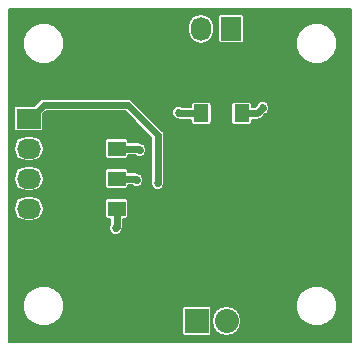
<source format=gbl>
G04 #@! TF.FileFunction,Copper,L2,Bot,Signal*
%FSLAX46Y46*%
G04 Gerber Fmt 4.6, Leading zero omitted, Abs format (unit mm)*
G04 Created by KiCad (PCBNEW 0.201508140901+6091~28~ubuntu14.04.1-product) date Mon 19 Oct 2015 05:24:07 PM CEST*
%MOMM*%
G01*
G04 APERTURE LIST*
%ADD10C,0.100000*%
%ADD11C,0.685800*%
%ADD12R,2.032000X1.727200*%
%ADD13O,2.032000X1.727200*%
%ADD14R,2.032000X2.032000*%
%ADD15O,2.032000X2.032000*%
%ADD16R,1.727200X2.032000*%
%ADD17O,1.727200X2.032000*%
%ADD18R,1.300000X1.500000*%
%ADD19R,1.500000X1.300000*%
%ADD20C,0.609600*%
%ADD21C,0.304800*%
%ADD22C,0.152400*%
G04 APERTURE END LIST*
D10*
D11*
X169926000Y-87376000D03*
X169926000Y-86106000D03*
X169926000Y-84836000D03*
X169926000Y-83566000D03*
X168656000Y-82296000D03*
X169926000Y-82296000D03*
X171196000Y-82296000D03*
X171196000Y-83566000D03*
X171196000Y-84836000D03*
X171196000Y-86106000D03*
X171196000Y-87376000D03*
X171196000Y-88646000D03*
X171196000Y-89916000D03*
X156718000Y-87122000D03*
X154686000Y-86360000D03*
X158877000Y-90297000D03*
X151638000Y-84328000D03*
X149098000Y-85598000D03*
X150368000Y-84328000D03*
X154686000Y-88900000D03*
X155194000Y-94996000D03*
X153924000Y-94996000D03*
X152654000Y-94996000D03*
X151384000Y-94996000D03*
X150114000Y-94996000D03*
X148844000Y-94996000D03*
X147574000Y-94996000D03*
X146304000Y-94996000D03*
X145034000Y-94996000D03*
X156718000Y-101346000D03*
X156718000Y-102616000D03*
X156718000Y-100076000D03*
X156718000Y-94996000D03*
X155194000Y-102616000D03*
X153924000Y-102616000D03*
X152654000Y-102616000D03*
X151384000Y-102616000D03*
X150114000Y-102616000D03*
X148844000Y-102616000D03*
X156718000Y-98806000D03*
X156718000Y-97536000D03*
X156718000Y-96266000D03*
X155194000Y-101346000D03*
X153924000Y-101346000D03*
X152654000Y-101346000D03*
X151384000Y-101346000D03*
X150114000Y-101346000D03*
X155194000Y-100076000D03*
X153924000Y-100076000D03*
X152654000Y-100076000D03*
X151384000Y-100076000D03*
X150114000Y-100076000D03*
X155194000Y-98806000D03*
X153924000Y-98806000D03*
X152654000Y-98806000D03*
X151384000Y-98806000D03*
X150114000Y-98806000D03*
X148844000Y-98806000D03*
X143764000Y-98806000D03*
X155194000Y-97536000D03*
X153924000Y-97536000D03*
X152654000Y-97536000D03*
X151384000Y-97536000D03*
X150114000Y-97536000D03*
X148844000Y-97536000D03*
X147574000Y-97536000D03*
X146304000Y-97536000D03*
X145034000Y-97536000D03*
X143764000Y-97536000D03*
X155194000Y-96266000D03*
X153924000Y-96266000D03*
X152654000Y-96266000D03*
X151384000Y-96266000D03*
X150114000Y-96266000D03*
X148844000Y-96266000D03*
X147574000Y-96266000D03*
X146304000Y-96266000D03*
X145034000Y-96266000D03*
X143764000Y-96266000D03*
X143764000Y-94996000D03*
X166116000Y-102616000D03*
X164846000Y-102616000D03*
X163576000Y-102616000D03*
X166116000Y-101346000D03*
X164846000Y-101346000D03*
X163576000Y-101346000D03*
X166116000Y-100076000D03*
X164846000Y-100076000D03*
X163576000Y-100076000D03*
X166116000Y-98806000D03*
X164846000Y-98806000D03*
X163576000Y-98806000D03*
X162306000Y-98806000D03*
X166116000Y-97536000D03*
X164846000Y-97536000D03*
X163576000Y-97536000D03*
X162306000Y-97536000D03*
X166116000Y-96266000D03*
X164846000Y-96266000D03*
X163576000Y-96266000D03*
X162306000Y-96266000D03*
X171196000Y-97536000D03*
X169926000Y-97536000D03*
X168656000Y-97536000D03*
X167386000Y-97536000D03*
X171196000Y-96266000D03*
X169926000Y-96266000D03*
X168656000Y-96266000D03*
X167386000Y-96266000D03*
X171196000Y-94996000D03*
X169926000Y-94996000D03*
X168656000Y-94996000D03*
X167386000Y-94996000D03*
X171196000Y-93726000D03*
X169926000Y-93726000D03*
X168656000Y-93726000D03*
X167386000Y-93726000D03*
X171196000Y-92456000D03*
X169926000Y-92456000D03*
X168656000Y-92456000D03*
X171196000Y-91186000D03*
X169926000Y-91186000D03*
X155448000Y-79756000D03*
X155448000Y-81026000D03*
X155448000Y-82296000D03*
X155448000Y-83566000D03*
X149098000Y-84328000D03*
X154178000Y-82296000D03*
X152908000Y-82296000D03*
X151638000Y-82296000D03*
X150368000Y-82296000D03*
X149098000Y-82296000D03*
X154178000Y-81026000D03*
X152908000Y-81026000D03*
X151638000Y-81026000D03*
X150368000Y-81026000D03*
X149098000Y-81026000D03*
X154178000Y-79756000D03*
X152908000Y-79756000D03*
X151638000Y-79756000D03*
X150368000Y-79756000D03*
X149098000Y-79756000D03*
X154178000Y-78486000D03*
X152908000Y-78486000D03*
X151638000Y-78486000D03*
X150368000Y-78486000D03*
X149098000Y-78486000D03*
X154178000Y-77216000D03*
X152908000Y-77216000D03*
X151638000Y-77216000D03*
X150368000Y-77216000D03*
X149098000Y-77216000D03*
X154178000Y-75946000D03*
X152908000Y-75946000D03*
X151638000Y-75946000D03*
X150368000Y-75946000D03*
D12*
X144780000Y-84455000D03*
D13*
X144780000Y-86995000D03*
X144780000Y-89535000D03*
X144780000Y-92075000D03*
D14*
X159004000Y-101600000D03*
D15*
X161544000Y-101600000D03*
D16*
X161925000Y-76835000D03*
D17*
X159385000Y-76835000D03*
X156845000Y-76835000D03*
D18*
X159385000Y-84027000D03*
X159385000Y-81327000D03*
X162814000Y-84027000D03*
X162814000Y-81327000D03*
D19*
X152226000Y-89535000D03*
X149526000Y-89535000D03*
X152226000Y-86995000D03*
X149526000Y-86995000D03*
X152226000Y-92075000D03*
X149526000Y-92075000D03*
D11*
X149098000Y-75946000D03*
X155702000Y-89916000D03*
X157480000Y-83947000D03*
X164592000Y-83566000D03*
X152146000Y-93726000D03*
X153924000Y-89662000D03*
X154178000Y-87122000D03*
D20*
X144780000Y-84455000D02*
X144907000Y-84455000D01*
X144907000Y-84455000D02*
X146050000Y-83312000D01*
X155702000Y-85852000D02*
X155702000Y-89916000D01*
X153162000Y-83312000D02*
X155702000Y-85852000D01*
X146050000Y-83312000D02*
X153162000Y-83312000D01*
D21*
X144780000Y-84455000D02*
X144780000Y-84709000D01*
X144780000Y-84455000D02*
X145542000Y-84455000D01*
D20*
X157560000Y-84027000D02*
X159385000Y-84027000D01*
X157480000Y-83947000D02*
X157560000Y-84027000D01*
X164131000Y-84027000D02*
X162814000Y-84027000D01*
X164592000Y-83566000D02*
X164131000Y-84027000D01*
X152226000Y-93646000D02*
X152226000Y-92075000D01*
X152146000Y-93726000D02*
X152226000Y-93646000D01*
X153924000Y-89662000D02*
X153797000Y-89535000D01*
X153797000Y-89535000D02*
X152226000Y-89535000D01*
X154178000Y-87122000D02*
X154051000Y-86995000D01*
X154051000Y-86995000D02*
X152226000Y-86995000D01*
D22*
G36*
X172060400Y-103353400D02*
X143153600Y-103353400D01*
X143153600Y-100672331D01*
X144321101Y-100672331D01*
X144583710Y-101307894D01*
X145069548Y-101794581D01*
X145704652Y-102058299D01*
X146392331Y-102058899D01*
X147027894Y-101796290D01*
X147514581Y-101310452D01*
X147778299Y-100675348D01*
X147778378Y-100584000D01*
X157754922Y-100584000D01*
X157754922Y-102616000D01*
X157770862Y-102700714D01*
X157820928Y-102778518D01*
X157897320Y-102830715D01*
X157988000Y-102849078D01*
X160020000Y-102849078D01*
X160104714Y-102833138D01*
X160182518Y-102783072D01*
X160234715Y-102706680D01*
X160253078Y-102616000D01*
X160253078Y-101575617D01*
X160299400Y-101575617D01*
X160299400Y-101624383D01*
X160394140Y-102100671D01*
X160663935Y-102504448D01*
X161067712Y-102774243D01*
X161544000Y-102868983D01*
X162020288Y-102774243D01*
X162424065Y-102504448D01*
X162693860Y-102100671D01*
X162788600Y-101624383D01*
X162788600Y-101575617D01*
X162693860Y-101099329D01*
X162424065Y-100695552D01*
X162389313Y-100672331D01*
X167435101Y-100672331D01*
X167697710Y-101307894D01*
X168183548Y-101794581D01*
X168818652Y-102058299D01*
X169506331Y-102058899D01*
X170141894Y-101796290D01*
X170628581Y-101310452D01*
X170892299Y-100675348D01*
X170892899Y-99987669D01*
X170630290Y-99352106D01*
X170144452Y-98865419D01*
X169509348Y-98601701D01*
X168821669Y-98601101D01*
X168186106Y-98863710D01*
X167699419Y-99349548D01*
X167435701Y-99984652D01*
X167435101Y-100672331D01*
X162389313Y-100672331D01*
X162020288Y-100425757D01*
X161544000Y-100331017D01*
X161067712Y-100425757D01*
X160663935Y-100695552D01*
X160394140Y-101099329D01*
X160299400Y-101575617D01*
X160253078Y-101575617D01*
X160253078Y-100584000D01*
X160237138Y-100499286D01*
X160187072Y-100421482D01*
X160110680Y-100369285D01*
X160020000Y-100350922D01*
X157988000Y-100350922D01*
X157903286Y-100366862D01*
X157825482Y-100416928D01*
X157773285Y-100493320D01*
X157754922Y-100584000D01*
X147778378Y-100584000D01*
X147778899Y-99987669D01*
X147516290Y-99352106D01*
X147030452Y-98865419D01*
X146395348Y-98601701D01*
X145707669Y-98601101D01*
X145072106Y-98863710D01*
X144585419Y-99349548D01*
X144321701Y-99984652D01*
X144321101Y-100672331D01*
X143153600Y-100672331D01*
X143153600Y-92075000D01*
X143511017Y-92075000D01*
X143594156Y-92492967D01*
X143830915Y-92847302D01*
X144185250Y-93084061D01*
X144603217Y-93167200D01*
X144956783Y-93167200D01*
X145374750Y-93084061D01*
X145729085Y-92847302D01*
X145965844Y-92492967D01*
X146048983Y-92075000D01*
X145965844Y-91657033D01*
X145810805Y-91425000D01*
X151242922Y-91425000D01*
X151242922Y-92725000D01*
X151258862Y-92809714D01*
X151308928Y-92887518D01*
X151385320Y-92939715D01*
X151476000Y-92958078D01*
X151692600Y-92958078D01*
X151692600Y-93371092D01*
X151661789Y-93401849D01*
X151574600Y-93611823D01*
X151574401Y-93839180D01*
X151661224Y-94049306D01*
X151821849Y-94210211D01*
X152031823Y-94297400D01*
X152259180Y-94297599D01*
X152469306Y-94210776D01*
X152630211Y-94050151D01*
X152704197Y-93871974D01*
X152718797Y-93850123D01*
X152759400Y-93646000D01*
X152759400Y-92958078D01*
X152976000Y-92958078D01*
X153060714Y-92942138D01*
X153138518Y-92892072D01*
X153190715Y-92815680D01*
X153209078Y-92725000D01*
X153209078Y-91425000D01*
X153193138Y-91340286D01*
X153143072Y-91262482D01*
X153066680Y-91210285D01*
X152976000Y-91191922D01*
X151476000Y-91191922D01*
X151391286Y-91207862D01*
X151313482Y-91257928D01*
X151261285Y-91334320D01*
X151242922Y-91425000D01*
X145810805Y-91425000D01*
X145729085Y-91302698D01*
X145374750Y-91065939D01*
X144956783Y-90982800D01*
X144603217Y-90982800D01*
X144185250Y-91065939D01*
X143830915Y-91302698D01*
X143594156Y-91657033D01*
X143511017Y-92075000D01*
X143153600Y-92075000D01*
X143153600Y-89535000D01*
X143511017Y-89535000D01*
X143594156Y-89952967D01*
X143830915Y-90307302D01*
X144185250Y-90544061D01*
X144603217Y-90627200D01*
X144956783Y-90627200D01*
X145374750Y-90544061D01*
X145729085Y-90307302D01*
X145965844Y-89952967D01*
X146048983Y-89535000D01*
X145965844Y-89117033D01*
X145810805Y-88885000D01*
X151242922Y-88885000D01*
X151242922Y-90185000D01*
X151258862Y-90269714D01*
X151308928Y-90347518D01*
X151385320Y-90399715D01*
X151476000Y-90418078D01*
X152976000Y-90418078D01*
X153060714Y-90402138D01*
X153138518Y-90352072D01*
X153190715Y-90275680D01*
X153209078Y-90185000D01*
X153209078Y-90068400D01*
X153522173Y-90068400D01*
X153599849Y-90146211D01*
X153809823Y-90233400D01*
X154037180Y-90233599D01*
X154247306Y-90146776D01*
X154408211Y-89986151D01*
X154495400Y-89776177D01*
X154495599Y-89548820D01*
X154408776Y-89338694D01*
X154248151Y-89177789D01*
X154131634Y-89129407D01*
X154001123Y-89042203D01*
X153797000Y-89001600D01*
X153209078Y-89001600D01*
X153209078Y-88885000D01*
X153193138Y-88800286D01*
X153143072Y-88722482D01*
X153066680Y-88670285D01*
X152976000Y-88651922D01*
X151476000Y-88651922D01*
X151391286Y-88667862D01*
X151313482Y-88717928D01*
X151261285Y-88794320D01*
X151242922Y-88885000D01*
X145810805Y-88885000D01*
X145729085Y-88762698D01*
X145374750Y-88525939D01*
X144956783Y-88442800D01*
X144603217Y-88442800D01*
X144185250Y-88525939D01*
X143830915Y-88762698D01*
X143594156Y-89117033D01*
X143511017Y-89535000D01*
X143153600Y-89535000D01*
X143153600Y-86995000D01*
X143511017Y-86995000D01*
X143594156Y-87412967D01*
X143830915Y-87767302D01*
X144185250Y-88004061D01*
X144603217Y-88087200D01*
X144956783Y-88087200D01*
X145374750Y-88004061D01*
X145729085Y-87767302D01*
X145965844Y-87412967D01*
X146048983Y-86995000D01*
X145965844Y-86577033D01*
X145810805Y-86345000D01*
X151242922Y-86345000D01*
X151242922Y-87645000D01*
X151258862Y-87729714D01*
X151308928Y-87807518D01*
X151385320Y-87859715D01*
X151476000Y-87878078D01*
X152976000Y-87878078D01*
X153060714Y-87862138D01*
X153138518Y-87812072D01*
X153190715Y-87735680D01*
X153209078Y-87645000D01*
X153209078Y-87528400D01*
X153776173Y-87528400D01*
X153853849Y-87606211D01*
X154063823Y-87693400D01*
X154291180Y-87693599D01*
X154501306Y-87606776D01*
X154662211Y-87446151D01*
X154749400Y-87236177D01*
X154749599Y-87008820D01*
X154662776Y-86798694D01*
X154502151Y-86637789D01*
X154385634Y-86589407D01*
X154255123Y-86502203D01*
X154051000Y-86461600D01*
X153209078Y-86461600D01*
X153209078Y-86345000D01*
X153193138Y-86260286D01*
X153143072Y-86182482D01*
X153066680Y-86130285D01*
X152976000Y-86111922D01*
X151476000Y-86111922D01*
X151391286Y-86127862D01*
X151313482Y-86177928D01*
X151261285Y-86254320D01*
X151242922Y-86345000D01*
X145810805Y-86345000D01*
X145729085Y-86222698D01*
X145374750Y-85985939D01*
X144956783Y-85902800D01*
X144603217Y-85902800D01*
X144185250Y-85985939D01*
X143830915Y-86222698D01*
X143594156Y-86577033D01*
X143511017Y-86995000D01*
X143153600Y-86995000D01*
X143153600Y-83591400D01*
X143530922Y-83591400D01*
X143530922Y-85318600D01*
X143546862Y-85403314D01*
X143596928Y-85481118D01*
X143673320Y-85533315D01*
X143764000Y-85551678D01*
X145796000Y-85551678D01*
X145880714Y-85535738D01*
X145958518Y-85485672D01*
X146010715Y-85409280D01*
X146029078Y-85318600D01*
X146029078Y-84087264D01*
X146270942Y-83845400D01*
X152941058Y-83845400D01*
X155168600Y-86072941D01*
X155168600Y-89710309D01*
X155130600Y-89801823D01*
X155130401Y-90029180D01*
X155217224Y-90239306D01*
X155377849Y-90400211D01*
X155587823Y-90487400D01*
X155815180Y-90487599D01*
X156025306Y-90400776D01*
X156186211Y-90240151D01*
X156273400Y-90030177D01*
X156273599Y-89802820D01*
X156235400Y-89710372D01*
X156235400Y-85852000D01*
X156194797Y-85647877D01*
X156194797Y-85647876D01*
X156130519Y-85551678D01*
X156079171Y-85474829D01*
X156079168Y-85474827D01*
X154664522Y-84060180D01*
X156908401Y-84060180D01*
X156995224Y-84270306D01*
X157155849Y-84431211D01*
X157334026Y-84505197D01*
X157355877Y-84519797D01*
X157560000Y-84560400D01*
X158501922Y-84560400D01*
X158501922Y-84777000D01*
X158517862Y-84861714D01*
X158567928Y-84939518D01*
X158644320Y-84991715D01*
X158735000Y-85010078D01*
X160035000Y-85010078D01*
X160119714Y-84994138D01*
X160197518Y-84944072D01*
X160249715Y-84867680D01*
X160268078Y-84777000D01*
X160268078Y-83277000D01*
X161930922Y-83277000D01*
X161930922Y-84777000D01*
X161946862Y-84861714D01*
X161996928Y-84939518D01*
X162073320Y-84991715D01*
X162164000Y-85010078D01*
X163464000Y-85010078D01*
X163548714Y-84994138D01*
X163626518Y-84944072D01*
X163678715Y-84867680D01*
X163697078Y-84777000D01*
X163697078Y-84560400D01*
X164131000Y-84560400D01*
X164335123Y-84519797D01*
X164508171Y-84404171D01*
X164823724Y-84088617D01*
X164915306Y-84050776D01*
X165076211Y-83890151D01*
X165163400Y-83680177D01*
X165163599Y-83452820D01*
X165076776Y-83242694D01*
X164916151Y-83081789D01*
X164706177Y-82994600D01*
X164478820Y-82994401D01*
X164268694Y-83081224D01*
X164107789Y-83241849D01*
X164069429Y-83334229D01*
X163910058Y-83493600D01*
X163697078Y-83493600D01*
X163697078Y-83277000D01*
X163681138Y-83192286D01*
X163631072Y-83114482D01*
X163554680Y-83062285D01*
X163464000Y-83043922D01*
X162164000Y-83043922D01*
X162079286Y-83059862D01*
X162001482Y-83109928D01*
X161949285Y-83186320D01*
X161930922Y-83277000D01*
X160268078Y-83277000D01*
X160252138Y-83192286D01*
X160202072Y-83114482D01*
X160125680Y-83062285D01*
X160035000Y-83043922D01*
X158735000Y-83043922D01*
X158650286Y-83059862D01*
X158572482Y-83109928D01*
X158520285Y-83186320D01*
X158501922Y-83277000D01*
X158501922Y-83493600D01*
X157834908Y-83493600D01*
X157804151Y-83462789D01*
X157594177Y-83375600D01*
X157366820Y-83375401D01*
X157156694Y-83462224D01*
X156995789Y-83622849D01*
X156908600Y-83832823D01*
X156908401Y-84060180D01*
X154664522Y-84060180D01*
X153539171Y-82934829D01*
X153366123Y-82819203D01*
X153162000Y-82778600D01*
X146050000Y-82778600D01*
X145845877Y-82819203D01*
X145672829Y-82934829D01*
X145249336Y-83358322D01*
X143764000Y-83358322D01*
X143679286Y-83374262D01*
X143601482Y-83424328D01*
X143549285Y-83500720D01*
X143530922Y-83591400D01*
X143153600Y-83591400D01*
X143153600Y-78447331D01*
X144321101Y-78447331D01*
X144583710Y-79082894D01*
X145069548Y-79569581D01*
X145704652Y-79833299D01*
X146392331Y-79833899D01*
X147027894Y-79571290D01*
X147514581Y-79085452D01*
X147778299Y-78450348D01*
X147778301Y-78447331D01*
X167435101Y-78447331D01*
X167697710Y-79082894D01*
X168183548Y-79569581D01*
X168818652Y-79833299D01*
X169506331Y-79833899D01*
X170141894Y-79571290D01*
X170628581Y-79085452D01*
X170892299Y-78450348D01*
X170892899Y-77762669D01*
X170630290Y-77127106D01*
X170144452Y-76640419D01*
X169509348Y-76376701D01*
X168821669Y-76376101D01*
X168186106Y-76638710D01*
X167699419Y-77124548D01*
X167435701Y-77759652D01*
X167435101Y-78447331D01*
X147778301Y-78447331D01*
X147778899Y-77762669D01*
X147516290Y-77127106D01*
X147048219Y-76658217D01*
X158292800Y-76658217D01*
X158292800Y-77011783D01*
X158375939Y-77429750D01*
X158612698Y-77784085D01*
X158967033Y-78020844D01*
X159385000Y-78103983D01*
X159802967Y-78020844D01*
X160157302Y-77784085D01*
X160394061Y-77429750D01*
X160477200Y-77011783D01*
X160477200Y-76658217D01*
X160394061Y-76240250D01*
X160157302Y-75885915D01*
X160057157Y-75819000D01*
X160828322Y-75819000D01*
X160828322Y-77851000D01*
X160844262Y-77935714D01*
X160894328Y-78013518D01*
X160970720Y-78065715D01*
X161061400Y-78084078D01*
X162788600Y-78084078D01*
X162873314Y-78068138D01*
X162951118Y-78018072D01*
X163003315Y-77941680D01*
X163021678Y-77851000D01*
X163021678Y-75819000D01*
X163005738Y-75734286D01*
X162955672Y-75656482D01*
X162879280Y-75604285D01*
X162788600Y-75585922D01*
X161061400Y-75585922D01*
X160976686Y-75601862D01*
X160898882Y-75651928D01*
X160846685Y-75728320D01*
X160828322Y-75819000D01*
X160057157Y-75819000D01*
X159802967Y-75649156D01*
X159385000Y-75566017D01*
X158967033Y-75649156D01*
X158612698Y-75885915D01*
X158375939Y-76240250D01*
X158292800Y-76658217D01*
X147048219Y-76658217D01*
X147030452Y-76640419D01*
X146395348Y-76376701D01*
X145707669Y-76376101D01*
X145072106Y-76638710D01*
X144585419Y-77124548D01*
X144321701Y-77759652D01*
X144321101Y-78447331D01*
X143153600Y-78447331D01*
X143153600Y-75208600D01*
X172060400Y-75208600D01*
X172060400Y-103353400D01*
X172060400Y-103353400D01*
G37*
X172060400Y-103353400D02*
X143153600Y-103353400D01*
X143153600Y-100672331D01*
X144321101Y-100672331D01*
X144583710Y-101307894D01*
X145069548Y-101794581D01*
X145704652Y-102058299D01*
X146392331Y-102058899D01*
X147027894Y-101796290D01*
X147514581Y-101310452D01*
X147778299Y-100675348D01*
X147778378Y-100584000D01*
X157754922Y-100584000D01*
X157754922Y-102616000D01*
X157770862Y-102700714D01*
X157820928Y-102778518D01*
X157897320Y-102830715D01*
X157988000Y-102849078D01*
X160020000Y-102849078D01*
X160104714Y-102833138D01*
X160182518Y-102783072D01*
X160234715Y-102706680D01*
X160253078Y-102616000D01*
X160253078Y-101575617D01*
X160299400Y-101575617D01*
X160299400Y-101624383D01*
X160394140Y-102100671D01*
X160663935Y-102504448D01*
X161067712Y-102774243D01*
X161544000Y-102868983D01*
X162020288Y-102774243D01*
X162424065Y-102504448D01*
X162693860Y-102100671D01*
X162788600Y-101624383D01*
X162788600Y-101575617D01*
X162693860Y-101099329D01*
X162424065Y-100695552D01*
X162389313Y-100672331D01*
X167435101Y-100672331D01*
X167697710Y-101307894D01*
X168183548Y-101794581D01*
X168818652Y-102058299D01*
X169506331Y-102058899D01*
X170141894Y-101796290D01*
X170628581Y-101310452D01*
X170892299Y-100675348D01*
X170892899Y-99987669D01*
X170630290Y-99352106D01*
X170144452Y-98865419D01*
X169509348Y-98601701D01*
X168821669Y-98601101D01*
X168186106Y-98863710D01*
X167699419Y-99349548D01*
X167435701Y-99984652D01*
X167435101Y-100672331D01*
X162389313Y-100672331D01*
X162020288Y-100425757D01*
X161544000Y-100331017D01*
X161067712Y-100425757D01*
X160663935Y-100695552D01*
X160394140Y-101099329D01*
X160299400Y-101575617D01*
X160253078Y-101575617D01*
X160253078Y-100584000D01*
X160237138Y-100499286D01*
X160187072Y-100421482D01*
X160110680Y-100369285D01*
X160020000Y-100350922D01*
X157988000Y-100350922D01*
X157903286Y-100366862D01*
X157825482Y-100416928D01*
X157773285Y-100493320D01*
X157754922Y-100584000D01*
X147778378Y-100584000D01*
X147778899Y-99987669D01*
X147516290Y-99352106D01*
X147030452Y-98865419D01*
X146395348Y-98601701D01*
X145707669Y-98601101D01*
X145072106Y-98863710D01*
X144585419Y-99349548D01*
X144321701Y-99984652D01*
X144321101Y-100672331D01*
X143153600Y-100672331D01*
X143153600Y-92075000D01*
X143511017Y-92075000D01*
X143594156Y-92492967D01*
X143830915Y-92847302D01*
X144185250Y-93084061D01*
X144603217Y-93167200D01*
X144956783Y-93167200D01*
X145374750Y-93084061D01*
X145729085Y-92847302D01*
X145965844Y-92492967D01*
X146048983Y-92075000D01*
X145965844Y-91657033D01*
X145810805Y-91425000D01*
X151242922Y-91425000D01*
X151242922Y-92725000D01*
X151258862Y-92809714D01*
X151308928Y-92887518D01*
X151385320Y-92939715D01*
X151476000Y-92958078D01*
X151692600Y-92958078D01*
X151692600Y-93371092D01*
X151661789Y-93401849D01*
X151574600Y-93611823D01*
X151574401Y-93839180D01*
X151661224Y-94049306D01*
X151821849Y-94210211D01*
X152031823Y-94297400D01*
X152259180Y-94297599D01*
X152469306Y-94210776D01*
X152630211Y-94050151D01*
X152704197Y-93871974D01*
X152718797Y-93850123D01*
X152759400Y-93646000D01*
X152759400Y-92958078D01*
X152976000Y-92958078D01*
X153060714Y-92942138D01*
X153138518Y-92892072D01*
X153190715Y-92815680D01*
X153209078Y-92725000D01*
X153209078Y-91425000D01*
X153193138Y-91340286D01*
X153143072Y-91262482D01*
X153066680Y-91210285D01*
X152976000Y-91191922D01*
X151476000Y-91191922D01*
X151391286Y-91207862D01*
X151313482Y-91257928D01*
X151261285Y-91334320D01*
X151242922Y-91425000D01*
X145810805Y-91425000D01*
X145729085Y-91302698D01*
X145374750Y-91065939D01*
X144956783Y-90982800D01*
X144603217Y-90982800D01*
X144185250Y-91065939D01*
X143830915Y-91302698D01*
X143594156Y-91657033D01*
X143511017Y-92075000D01*
X143153600Y-92075000D01*
X143153600Y-89535000D01*
X143511017Y-89535000D01*
X143594156Y-89952967D01*
X143830915Y-90307302D01*
X144185250Y-90544061D01*
X144603217Y-90627200D01*
X144956783Y-90627200D01*
X145374750Y-90544061D01*
X145729085Y-90307302D01*
X145965844Y-89952967D01*
X146048983Y-89535000D01*
X145965844Y-89117033D01*
X145810805Y-88885000D01*
X151242922Y-88885000D01*
X151242922Y-90185000D01*
X151258862Y-90269714D01*
X151308928Y-90347518D01*
X151385320Y-90399715D01*
X151476000Y-90418078D01*
X152976000Y-90418078D01*
X153060714Y-90402138D01*
X153138518Y-90352072D01*
X153190715Y-90275680D01*
X153209078Y-90185000D01*
X153209078Y-90068400D01*
X153522173Y-90068400D01*
X153599849Y-90146211D01*
X153809823Y-90233400D01*
X154037180Y-90233599D01*
X154247306Y-90146776D01*
X154408211Y-89986151D01*
X154495400Y-89776177D01*
X154495599Y-89548820D01*
X154408776Y-89338694D01*
X154248151Y-89177789D01*
X154131634Y-89129407D01*
X154001123Y-89042203D01*
X153797000Y-89001600D01*
X153209078Y-89001600D01*
X153209078Y-88885000D01*
X153193138Y-88800286D01*
X153143072Y-88722482D01*
X153066680Y-88670285D01*
X152976000Y-88651922D01*
X151476000Y-88651922D01*
X151391286Y-88667862D01*
X151313482Y-88717928D01*
X151261285Y-88794320D01*
X151242922Y-88885000D01*
X145810805Y-88885000D01*
X145729085Y-88762698D01*
X145374750Y-88525939D01*
X144956783Y-88442800D01*
X144603217Y-88442800D01*
X144185250Y-88525939D01*
X143830915Y-88762698D01*
X143594156Y-89117033D01*
X143511017Y-89535000D01*
X143153600Y-89535000D01*
X143153600Y-86995000D01*
X143511017Y-86995000D01*
X143594156Y-87412967D01*
X143830915Y-87767302D01*
X144185250Y-88004061D01*
X144603217Y-88087200D01*
X144956783Y-88087200D01*
X145374750Y-88004061D01*
X145729085Y-87767302D01*
X145965844Y-87412967D01*
X146048983Y-86995000D01*
X145965844Y-86577033D01*
X145810805Y-86345000D01*
X151242922Y-86345000D01*
X151242922Y-87645000D01*
X151258862Y-87729714D01*
X151308928Y-87807518D01*
X151385320Y-87859715D01*
X151476000Y-87878078D01*
X152976000Y-87878078D01*
X153060714Y-87862138D01*
X153138518Y-87812072D01*
X153190715Y-87735680D01*
X153209078Y-87645000D01*
X153209078Y-87528400D01*
X153776173Y-87528400D01*
X153853849Y-87606211D01*
X154063823Y-87693400D01*
X154291180Y-87693599D01*
X154501306Y-87606776D01*
X154662211Y-87446151D01*
X154749400Y-87236177D01*
X154749599Y-87008820D01*
X154662776Y-86798694D01*
X154502151Y-86637789D01*
X154385634Y-86589407D01*
X154255123Y-86502203D01*
X154051000Y-86461600D01*
X153209078Y-86461600D01*
X153209078Y-86345000D01*
X153193138Y-86260286D01*
X153143072Y-86182482D01*
X153066680Y-86130285D01*
X152976000Y-86111922D01*
X151476000Y-86111922D01*
X151391286Y-86127862D01*
X151313482Y-86177928D01*
X151261285Y-86254320D01*
X151242922Y-86345000D01*
X145810805Y-86345000D01*
X145729085Y-86222698D01*
X145374750Y-85985939D01*
X144956783Y-85902800D01*
X144603217Y-85902800D01*
X144185250Y-85985939D01*
X143830915Y-86222698D01*
X143594156Y-86577033D01*
X143511017Y-86995000D01*
X143153600Y-86995000D01*
X143153600Y-83591400D01*
X143530922Y-83591400D01*
X143530922Y-85318600D01*
X143546862Y-85403314D01*
X143596928Y-85481118D01*
X143673320Y-85533315D01*
X143764000Y-85551678D01*
X145796000Y-85551678D01*
X145880714Y-85535738D01*
X145958518Y-85485672D01*
X146010715Y-85409280D01*
X146029078Y-85318600D01*
X146029078Y-84087264D01*
X146270942Y-83845400D01*
X152941058Y-83845400D01*
X155168600Y-86072941D01*
X155168600Y-89710309D01*
X155130600Y-89801823D01*
X155130401Y-90029180D01*
X155217224Y-90239306D01*
X155377849Y-90400211D01*
X155587823Y-90487400D01*
X155815180Y-90487599D01*
X156025306Y-90400776D01*
X156186211Y-90240151D01*
X156273400Y-90030177D01*
X156273599Y-89802820D01*
X156235400Y-89710372D01*
X156235400Y-85852000D01*
X156194797Y-85647877D01*
X156194797Y-85647876D01*
X156130519Y-85551678D01*
X156079171Y-85474829D01*
X156079168Y-85474827D01*
X154664522Y-84060180D01*
X156908401Y-84060180D01*
X156995224Y-84270306D01*
X157155849Y-84431211D01*
X157334026Y-84505197D01*
X157355877Y-84519797D01*
X157560000Y-84560400D01*
X158501922Y-84560400D01*
X158501922Y-84777000D01*
X158517862Y-84861714D01*
X158567928Y-84939518D01*
X158644320Y-84991715D01*
X158735000Y-85010078D01*
X160035000Y-85010078D01*
X160119714Y-84994138D01*
X160197518Y-84944072D01*
X160249715Y-84867680D01*
X160268078Y-84777000D01*
X160268078Y-83277000D01*
X161930922Y-83277000D01*
X161930922Y-84777000D01*
X161946862Y-84861714D01*
X161996928Y-84939518D01*
X162073320Y-84991715D01*
X162164000Y-85010078D01*
X163464000Y-85010078D01*
X163548714Y-84994138D01*
X163626518Y-84944072D01*
X163678715Y-84867680D01*
X163697078Y-84777000D01*
X163697078Y-84560400D01*
X164131000Y-84560400D01*
X164335123Y-84519797D01*
X164508171Y-84404171D01*
X164823724Y-84088617D01*
X164915306Y-84050776D01*
X165076211Y-83890151D01*
X165163400Y-83680177D01*
X165163599Y-83452820D01*
X165076776Y-83242694D01*
X164916151Y-83081789D01*
X164706177Y-82994600D01*
X164478820Y-82994401D01*
X164268694Y-83081224D01*
X164107789Y-83241849D01*
X164069429Y-83334229D01*
X163910058Y-83493600D01*
X163697078Y-83493600D01*
X163697078Y-83277000D01*
X163681138Y-83192286D01*
X163631072Y-83114482D01*
X163554680Y-83062285D01*
X163464000Y-83043922D01*
X162164000Y-83043922D01*
X162079286Y-83059862D01*
X162001482Y-83109928D01*
X161949285Y-83186320D01*
X161930922Y-83277000D01*
X160268078Y-83277000D01*
X160252138Y-83192286D01*
X160202072Y-83114482D01*
X160125680Y-83062285D01*
X160035000Y-83043922D01*
X158735000Y-83043922D01*
X158650286Y-83059862D01*
X158572482Y-83109928D01*
X158520285Y-83186320D01*
X158501922Y-83277000D01*
X158501922Y-83493600D01*
X157834908Y-83493600D01*
X157804151Y-83462789D01*
X157594177Y-83375600D01*
X157366820Y-83375401D01*
X157156694Y-83462224D01*
X156995789Y-83622849D01*
X156908600Y-83832823D01*
X156908401Y-84060180D01*
X154664522Y-84060180D01*
X153539171Y-82934829D01*
X153366123Y-82819203D01*
X153162000Y-82778600D01*
X146050000Y-82778600D01*
X145845877Y-82819203D01*
X145672829Y-82934829D01*
X145249336Y-83358322D01*
X143764000Y-83358322D01*
X143679286Y-83374262D01*
X143601482Y-83424328D01*
X143549285Y-83500720D01*
X143530922Y-83591400D01*
X143153600Y-83591400D01*
X143153600Y-78447331D01*
X144321101Y-78447331D01*
X144583710Y-79082894D01*
X145069548Y-79569581D01*
X145704652Y-79833299D01*
X146392331Y-79833899D01*
X147027894Y-79571290D01*
X147514581Y-79085452D01*
X147778299Y-78450348D01*
X147778301Y-78447331D01*
X167435101Y-78447331D01*
X167697710Y-79082894D01*
X168183548Y-79569581D01*
X168818652Y-79833299D01*
X169506331Y-79833899D01*
X170141894Y-79571290D01*
X170628581Y-79085452D01*
X170892299Y-78450348D01*
X170892899Y-77762669D01*
X170630290Y-77127106D01*
X170144452Y-76640419D01*
X169509348Y-76376701D01*
X168821669Y-76376101D01*
X168186106Y-76638710D01*
X167699419Y-77124548D01*
X167435701Y-77759652D01*
X167435101Y-78447331D01*
X147778301Y-78447331D01*
X147778899Y-77762669D01*
X147516290Y-77127106D01*
X147048219Y-76658217D01*
X158292800Y-76658217D01*
X158292800Y-77011783D01*
X158375939Y-77429750D01*
X158612698Y-77784085D01*
X158967033Y-78020844D01*
X159385000Y-78103983D01*
X159802967Y-78020844D01*
X160157302Y-77784085D01*
X160394061Y-77429750D01*
X160477200Y-77011783D01*
X160477200Y-76658217D01*
X160394061Y-76240250D01*
X160157302Y-75885915D01*
X160057157Y-75819000D01*
X160828322Y-75819000D01*
X160828322Y-77851000D01*
X160844262Y-77935714D01*
X160894328Y-78013518D01*
X160970720Y-78065715D01*
X161061400Y-78084078D01*
X162788600Y-78084078D01*
X162873314Y-78068138D01*
X162951118Y-78018072D01*
X163003315Y-77941680D01*
X163021678Y-77851000D01*
X163021678Y-75819000D01*
X163005738Y-75734286D01*
X162955672Y-75656482D01*
X162879280Y-75604285D01*
X162788600Y-75585922D01*
X161061400Y-75585922D01*
X160976686Y-75601862D01*
X160898882Y-75651928D01*
X160846685Y-75728320D01*
X160828322Y-75819000D01*
X160057157Y-75819000D01*
X159802967Y-75649156D01*
X159385000Y-75566017D01*
X158967033Y-75649156D01*
X158612698Y-75885915D01*
X158375939Y-76240250D01*
X158292800Y-76658217D01*
X147048219Y-76658217D01*
X147030452Y-76640419D01*
X146395348Y-76376701D01*
X145707669Y-76376101D01*
X145072106Y-76638710D01*
X144585419Y-77124548D01*
X144321701Y-77759652D01*
X144321101Y-78447331D01*
X143153600Y-78447331D01*
X143153600Y-75208600D01*
X172060400Y-75208600D01*
X172060400Y-103353400D01*
M02*

</source>
